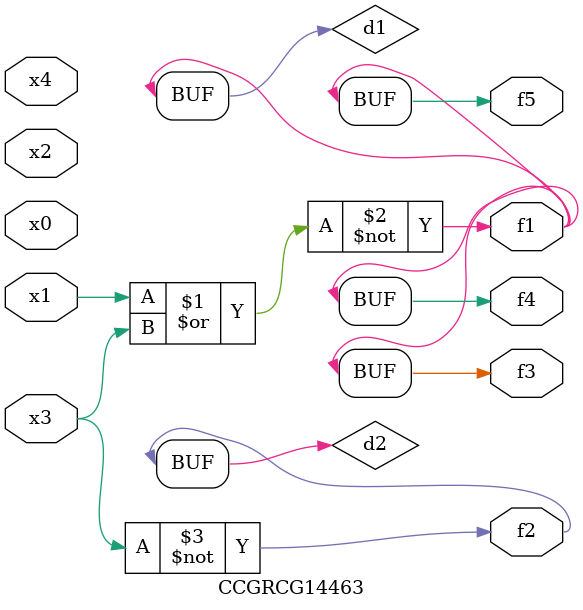
<source format=v>
module CCGRCG14463(
	input x0, x1, x2, x3, x4,
	output f1, f2, f3, f4, f5
);

	wire d1, d2;

	nor (d1, x1, x3);
	not (d2, x3);
	assign f1 = d1;
	assign f2 = d2;
	assign f3 = d1;
	assign f4 = d1;
	assign f5 = d1;
endmodule

</source>
